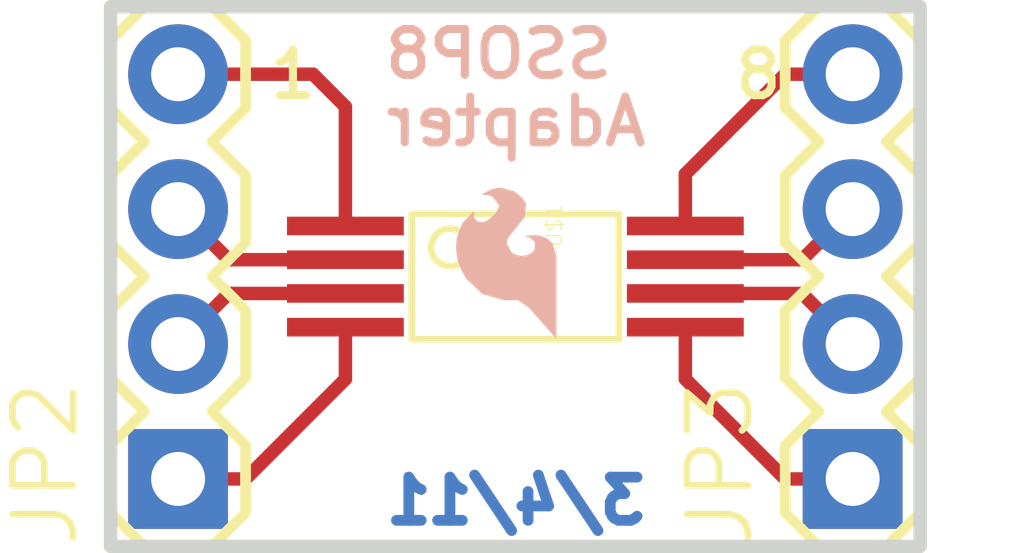
<source format=kicad_pcb>
(kicad_pcb (version 20211014) (generator pcbnew)
  (layers (0 "F.Cu" signal) (31 "B.Cu" signal) (34 "B.Paste" user) (35 "F.Paste" user) (36 "B.SilkS" user "B.Silkscreen") (37 "F.SilkS" user "F.Silkscreen") (38 "B.Mask" user) (39 "F.Mask" user) (44 "Edge.Cuts" user))
  (net 0 "")
  (net 1 "N$1")
  (net 2 "N$2")
  (net 3 "N$3")
  (net 4 "N$4")
  (net 5 "N$5")
  (net 6 "N$6")
  (net 7 "N$7")
  (net 8 "N$8")
  (footprint "boardEagle:1X04" (layer "F.Cu") (at 142.1511 108.8136 90)
    (fp_text reference "JP2" (at -1.3462 -1.8288 90) (layer "F.SilkS") (effects (font (size 1.143 1.143) (thickness 0.127)) (justify left bottom)))
    (fp_text value "")
    (fp_line (start 6.35 0.635) (end 5.715 1.27) (layer "F.SilkS") (width 0.2032))
    (fp_line (start 3.175 1.27) (end 1.905 1.27) (layer "F.SilkS") (width 0.2032))
    (fp_line (start -0.635 -1.27) (end 0.635 -1.27) (layer "F.SilkS") (width 0.2032))
    (fp_line (start 1.905 1.27) (end 1.27 0.635) (layer "F.SilkS") (width 0.2032))
    (fp_line (start 3.81 0.635) (end 3.175 1.27) (layer "F.SilkS") (width 0.2032))
    (fp_line (start 6.985 -1.27) (end 8.255 -1.27) (layer "F.SilkS") (width 0.2032))
    (fp_line (start 4.445 -1.27) (end 5.715 -1.27) (layer "F.SilkS") (width 0.2032))
    (fp_line (start 1.905 -1.27) (end 3.175 -1.27) (layer "F.SilkS") (width 0.2032))
    (fp_line (start 8.89 0.635) (end 8.255 1.27) (layer "F.SilkS") (width 0.2032))
    (fp_line (start 5.715 1.27) (end 4.445 1.27) (layer "F.SilkS") (width 0.2032))
    (fp_line (start 4.445 1.27) (end 3.81 0.635) (layer "F.SilkS") (width 0.2032))
    (fp_line (start 1.27 0.635) (end 0.635 1.27) (layer "F.SilkS") (width 0.2032))
    (fp_line (start 0.635 1.27) (end -0.635 1.27) (layer "F.SilkS") (width 0.2032))
    (fp_line (start 1.27 -0.635) (end 1.905 -1.27) (layer "F.SilkS") (width 0.2032))
    (fp_line (start 6.985 -1.27) (end 6.35 -0.635) (layer "F.SilkS") (width 0.2032))
    (fp_line (start -1.27 0.635) (end -0.635 1.27) (layer "F.SilkS") (width 0.2032))
    (fp_line (start -1.27 -0.635) (end -1.27 0.635) (layer "F.SilkS") (width 0.2032))
    (fp_line (start 0.635 -1.27) (end 1.27 -0.635) (layer "F.SilkS") (width 0.2032))
    (fp_line (start 3.81 -0.635) (end 4.445 -1.27) (layer "F.SilkS") (width 0.2032))
    (fp_line (start 8.255 1.27) (end 6.985 1.27) (layer "F.SilkS") (width 0.2032))
    (fp_line (start 3.175 -1.27) (end 3.81 -0.635) (layer "F.SilkS") (width 0.2032))
    (fp_line (start -0.635 -1.27) (end -1.27 -0.635) (layer "F.SilkS") (width 0.2032))
    (fp_line (start 8.255 -1.27) (end 8.89 -0.635) (layer "F.SilkS") (width 0.2032))
    (fp_line (start 5.715 -1.27) (end 6.35 -0.635) (layer "F.SilkS") (width 0.2032))
    (fp_line (start 6.35 0.635) (end 6.985 1.27) (layer "F.SilkS") (width 0.2032))
    (fp_line (start 8.89 -0.635) (end 8.89 0.635) (layer "F.SilkS") (width 0.2032))
    (pad "1" thru_hole rect (at 0 0 180) (size 1.8796 1.8796) (drill 1.016) (layers *.Cu *.Mask) (net 1 "N$1"))
    (pad "2" thru_hole circle (at 2.54 0 180) (size 1.8796 1.8796) (drill 1.016) (layers *.Cu *.Mask) (net 2 "N$2"))
    (pad "3" thru_hole circle (at 5.08 0 180) (size 1.8796 1.8796) (drill 1.016) (layers *.Cu *.Mask) (net 3 "N$3"))
    (pad "4" thru_hole circle (at 7.62 0 180) (size 1.8796 1.8796) (drill 1.016) (layers *.Cu *.Mask) (net 4 "N$4"))
  )
  (footprint "boardEagle:SSOP8" (layer "F.Cu") (at 148.5011 105.0036 -90)
    (fp_text reference "U$1" (at -0.53 -0.9 -90) (layer "F.SilkS") (effects (font (size 0.280416 0.280416) (thickness 0.024384)) (justify left bottom)))
    (fp_text value "SSOP8")
    (fp_line (start 1.18 -1.95) (end -1.18 -1.95) (layer "F.SilkS") (width 0.127))
    (fp_line (start -1.18 -1.95) (end -1.18 1.95) (layer "F.SilkS") (width 0.127))
    (fp_line (start 1.18 -1.95) (end 1.18 1.95) (layer "F.SilkS") (width 0.127))
    (fp_line (start 1.18 1.95) (end -1.18 1.95) (layer "F.SilkS") (width 0.127))
    (fp_circle (center -0.55 1.23) (end -0.1962 1.23) (layer "F.SilkS") (width 0.127) (fill none))
    (pad "1" smd rect (at -0.9525 3.2 270) (size 0.35 2.2) (layers "F.Cu" "F.Paste" "F.Mask") (net 4 "N$4"))
    (pad "2" smd rect (at -0.3175 3.2 270) (size 0.35 2.2) (layers "F.Cu" "F.Paste" "F.Mask") (net 3 "N$3"))
    (pad "3" smd rect (at 0.3175 3.2 270) (size 0.35 2.2) (layers "F.Cu" "F.Paste" "F.Mask") (net 2 "N$2"))
    (pad "4" smd rect (at 0.9525 3.2 270) (size 0.35 2.2) (layers "F.Cu" "F.Paste" "F.Mask") (net 1 "N$1"))
    (pad "5" smd rect (at 0.9525 -3.2 90) (size 0.35 2.2) (layers "F.Cu" "F.Paste" "F.Mask") (net 5 "N$5"))
    (pad "6" smd rect (at 0.3175 -3.2 90) (size 0.35 2.2) (layers "F.Cu" "F.Paste" "F.Mask") (net 6 "N$6"))
    (pad "7" smd rect (at -0.3175 -3.2 90) (size 0.35 2.2) (layers "F.Cu" "F.Paste" "F.Mask") (net 7 "N$7"))
    (pad "8" smd rect (at -0.9525 -3.2 90) (size 0.35 2.2) (layers "F.Cu" "F.Paste" "F.Mask") (net 8 "N$8"))
  )
  (footprint "boardEagle:1X04" (layer "F.Cu") (at 154.8511 108.8136 90)
    (fp_text reference "JP3" (at -1.3462 -1.8288 90) (layer "F.SilkS") (effects (font (size 1.143 1.143) (thickness 0.127)) (justify left bottom)))
    (fp_text value "")
    (fp_line (start 6.985 -1.27) (end 6.35 -0.635) (layer "F.SilkS") (width 0.2032))
    (fp_line (start -0.635 -1.27) (end 0.635 -1.27) (layer "F.SilkS") (width 0.2032))
    (fp_line (start 8.89 0.635) (end 8.255 1.27) (layer "F.SilkS") (width 0.2032))
    (fp_line (start 1.905 -1.27) (end 3.175 -1.27) (layer "F.SilkS") (width 0.2032))
    (fp_line (start 8.255 1.27) (end 6.985 1.27) (layer "F.SilkS") (width 0.2032))
    (fp_line (start 5.715 1.27) (end 4.445 1.27) (layer "F.SilkS") (width 0.2032))
    (fp_line (start -1.27 -0.635) (end -1.27 0.635) (layer "F.SilkS") (width 0.2032))
    (fp_line (start 1.905 1.27) (end 1.27 0.635) (layer "F.SilkS") (width 0.2032))
    (fp_line (start 0.635 -1.27) (end 1.27 -0.635) (layer "F.SilkS") (width 0.2032))
    (fp_line (start 1.27 -0.635) (end 1.905 -1.27) (layer "F.SilkS") (width 0.2032))
    (fp_line (start 0.635 1.27) (end -0.635 1.27) (layer "F.SilkS") (width 0.2032))
    (fp_line (start 4.445 1.27) (end 3.81 0.635) (layer "F.SilkS") (width 0.2032))
    (fp_line (start 5.715 -1.27) (end 6.35 -0.635) (layer "F.SilkS") (width 0.2032))
    (fp_line (start -0.635 -1.27) (end -1.27 -0.635) (layer "F.SilkS") (width 0.2032))
    (fp_line (start 6.35 0.635) (end 6.985 1.27) (layer "F.SilkS") (width 0.2032))
    (fp_line (start 3.81 0.635) (end 3.175 1.27) (layer "F.SilkS") (width 0.2032))
    (fp_line (start 6.35 0.635) (end 5.715 1.27) (layer "F.SilkS") (width 0.2032))
    (fp_line (start 3.175 -1.27) (end 3.81 -0.635) (layer "F.SilkS") (width 0.2032))
    (fp_line (start 6.985 -1.27) (end 8.255 -1.27) (layer "F.SilkS") (width 0.2032))
    (fp_line (start 1.27 0.635) (end 0.635 1.27) (layer "F.SilkS") (width 0.2032))
    (fp_line (start 8.255 -1.27) (end 8.89 -0.635) (layer "F.SilkS") (width 0.2032))
    (fp_line (start 3.81 -0.635) (end 4.445 -1.27) (layer "F.SilkS") (width 0.2032))
    (fp_line (start 8.89 -0.635) (end 8.89 0.635) (layer "F.SilkS") (width 0.2032))
    (fp_line (start 4.445 -1.27) (end 5.715 -1.27) (layer "F.SilkS") (width 0.2032))
    (fp_line (start -1.27 0.635) (end -0.635 1.27) (layer "F.SilkS") (width 0.2032))
    (fp_line (start 3.175 1.27) (end 1.905 1.27) (layer "F.SilkS") (width 0.2032))
    (pad "1" thru_hole rect (at 0 0 180) (size 1.8796 1.8796) (drill 1.016) (layers *.Cu *.Mask) (net 5 "N$5"))
    (pad "2" thru_hole circle (at 2.54 0 180) (size 1.8796 1.8796) (drill 1.016) (layers *.Cu *.Mask) (net 6 "N$6"))
    (pad "3" thru_hole circle (at 5.08 0 180) (size 1.8796 1.8796) (drill 1.016) (layers *.Cu *.Mask) (net 7 "N$7"))
    (pad "4" thru_hole circle (at 7.62 0 180) (size 1.8796 1.8796) (drill 1.016) (layers *.Cu *.Mask) (net 8 "N$8"))
  )
  (footprint "boardEagle:SFE-LOGO-FLAME" (layer "B.Cu") (at 149.2631 106.1466 180)
    (fp_text reference "JP1" hide)
    (fp_text value "LOGO-SFESK" hide)
    (fp_poly (pts (xy 1.126002 2.808203) (xy 1.215449 2.785829) (xy 1.228477 2.780783) (xy 1.240149 2.774875) (xy 1.25686 2.766576) (xy 1.275552 2.759834) (xy 1.371694 2.7026) (xy 1.3793 2.7026) (xy 1.3793 2.6772) (xy 1.306833 2.6772) (xy 1.208418 2.657914) (xy 1.074855 2.495286) (xy 1.079365 2.436825) (xy 1.12809 2.341869) (xy 1.204666 2.265196) (xy 1.294069 2.200638) (xy 1.369348 2.168824) (xy 1.450737 2.171632) (xy 1.458864 2.174186) (xy 1.466257 2.177389) (xy 1.530514 2.236956) (xy 1.5368 2.259812) (xy 1.5368 2.377938) (xy 1.763707 2.148127) (xy 1.868186 1.856841) (xy 1.871603 1.856894) (xy 1.87806 1.650435) (xy 1.848857 1.45742) (xy 1.785308 1.272842) (xy 1.6663 1.061578) (xy 1.6663 1.080581) (xy 1.378131 0.80901) (xy 0.982239 0.6985) (xy 0.753005 0.6985) (xy 0.716201 0.692046) (xy 0.681776 0.679592) (xy 0.496322 0.541784) (xy -0.0126 -0.03091) (xy -0.0126 1.52077) (xy 0.060004 1.761967) (xy 0.168295 1.865489) (xy 0.307122 1.917522) (xy 0.4039 1.925089) (xy 0.499384 1.917623) (xy 0.55991 1.908099) (xy 0.557788 1.884433) (xy 0.522216 1.885242) (xy 0.501784 1.876141) (xy 0.420519 1.817154) (xy 0.400722 1.79067) (xy 0.390395 1.7285) (xy 0.400905 1.665229) (xy 0.421405 1.625174) (xy 0.452343 1.592685) (xy 0.546535 1.54355) (xy 0.652229 1.531742) (xy 0.742768 1.550084) (xy 0.82422 1.589656) (xy 0.92203 1.754659) (xy 0.907706 1.848844) (xy 0.850914 1.930401) (xy 0.584707 2.263237) (xy 0.561667 2.510855) (xy 0.627495 2.621556) (xy 0.629042 2.623103) (xy 0.778901 2.74712) (xy 1.032676 2.817064)) (layer "B.SilkS") (width 0) (fill solid))
  )
  (gr_line (start 140.8811 99.9236) (end 156.1211 99.9236) (layer "Edge.Cuts") (width 0.254))
  (gr_line (start 156.1211 110.0836) (end 140.8811 110.0836) (layer "Edge.Cuts") (width 0.254))
  (gr_line (start 156.1211 99.9236) (end 156.1211 110.0836) (layer "Edge.Cuts") (width 0.254))
  (gr_line (start 140.8811 110.0836) (end 140.8811 99.9236) (layer "Edge.Cuts") (width 0.254))
  (gr_text "3/4/11" (at 151.0411 109.7026) (layer "B.Cu") (effects (font (size 0.8128 0.8128) (thickness 0.2032)) (justify left bottom mirror)))
  (gr_text "SSOP8" (at 150.4061 101.3206) (layer "B.SilkS") (effects (font (size 0.8636 0.8636) (thickness 0.1524)) (justify left bottom mirror)))
  (gr_text "Adapter" (at 151.0411 102.5906) (layer "B.SilkS") (effects (font (size 0.8636 0.8636) (thickness 0.1524)) (justify left bottom mirror)))
  (gr_text "8" (at 152.5651 101.7016) (layer "F.SilkS") (effects (font (size 0.8636 0.8636) (thickness 0.1524)) (justify left bottom)))
  (gr_text "1" (at 143.8021 101.7016) (layer "F.SilkS") (effects (font (size 0.8636 0.8636) (thickness 0.1524)) (justify left bottom)))
  (segment (start 145.3011 106.9336) (end 145.3011 105.9561) (width 0.254) (layer "F.Cu") (net 1))
  (segment (start 143.4211 108.8136) (end 145.3011 106.9336) (width 0.254) (layer "F.Cu") (net 1))
  (segment (start 142.1511 108.8136) (end 143.4211 108.8136) (width 0.254) (layer "F.Cu") (net 1))
  (segment (start 143.1036 105.3211) (end 145.3011 105.3211) (width 0.254) (layer "F.Cu") (net 2))
  (segment (start 142.1511 106.2736) (end 143.1036 105.3211) (width 0.254) (layer "F.Cu") (net 2))
  (segment (start 143.1036 104.6861) (end 145.3011 104.6861) (width 0.254) (layer "F.Cu") (net 3))
  (segment (start 143.1036 104.6861) (end 142.1511 103.7336) (width 0.254) (layer "F.Cu") (net 3))
  (segment (start 145.3011 101.8036) (end 144.6911 101.1936) (width 0.254) (layer "F.Cu") (net 4))
  (segment (start 144.6911 101.1936) (end 142.1511 101.1936) (width 0.254) (layer "F.Cu") (net 4))
  (segment (start 145.3011 104.0511) (end 145.3011 101.8036) (width 0.254) (layer "F.Cu") (net 4))
  (segment (start 151.7011 106.9336) (end 153.5811 108.8136) (width 0.254) (layer "F.Cu") (net 5))
  (segment (start 153.5811 108.8136) (end 154.8511 108.8136) (width 0.254) (layer "F.Cu") (net 5))
  (segment (start 151.7011 106.9336) (end 151.7011 105.9561) (width 0.254) (layer "F.Cu") (net 5))
  (segment (start 153.8986 105.3211) (end 154.8511 106.2736) (width 0.254) (layer "F.Cu") (net 6))
  (segment (start 151.7011 105.3211) (end 153.8986 105.3211) (width 0.254) (layer "F.Cu") (net 6))
  (segment (start 153.8986 104.6861) (end 154.8511 103.7336) (width 0.254) (layer "F.Cu") (net 7))
  (segment (start 151.7011 104.6861) (end 153.8986 104.6861) (width 0.254) (layer "F.Cu") (net 7))
  (segment (start 151.7011 104.0511) (end 151.7011 103.0736) (width 0.254) (layer "F.Cu") (net 8))
  (segment (start 151.7011 103.0736) (end 153.5811 101.1936) (width 0.254) (layer "F.Cu") (net 8))
  (segment (start 153.5811 101.1936) (end 154.8511 101.1936) (width 0.254) (layer "F.Cu") (net 8))
)
</source>
